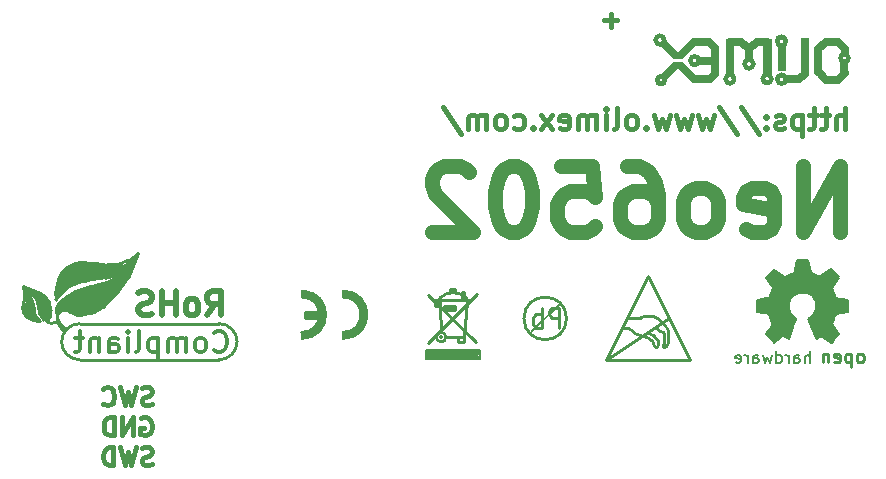
<source format=gbr>
G04 #@! TF.GenerationSoftware,KiCad,Pcbnew,5.1.4-e60b266~84~ubuntu18.04.1*
G04 #@! TF.CreationDate,2023-05-24T16:15:14+03:00*
G04 #@! TF.ProjectId,Neo6502_Rev_A,4e656f36-3530-4325-9f52-65765f412e6b,A*
G04 #@! TF.SameCoordinates,Original*
G04 #@! TF.FileFunction,Legend,Bot*
G04 #@! TF.FilePolarity,Positive*
%FSLAX46Y46*%
G04 Gerber Fmt 4.6, Leading zero omitted, Abs format (unit mm)*
G04 Created by KiCad (PCBNEW 5.1.4-e60b266~84~ubuntu18.04.1) date 2023-05-24 16:15:14*
%MOMM*%
%LPD*%
G04 APERTURE LIST*
%ADD10C,0.381000*%
%ADD11C,0.444500*%
%ADD12C,1.270000*%
%ADD13C,0.254000*%
%ADD14C,0.508000*%
%ADD15C,0.150000*%
%ADD16C,0.127000*%
%ADD17C,0.200000*%
%ADD18C,0.420000*%
%ADD19C,0.370000*%
%ADD20C,0.400000*%
%ADD21C,0.380000*%
%ADD22C,1.000000*%
%ADD23C,0.700000*%
%ADD24C,0.500000*%
%ADD25C,0.100000*%
%ADD26C,0.300000*%
%ADD27C,0.350000*%
%ADD28C,0.180000*%
G04 APERTURE END LIST*
D10*
X115098285Y-118091857D02*
X114880571Y-118164428D01*
X114517714Y-118164428D01*
X114372571Y-118091857D01*
X114300000Y-118019285D01*
X114227428Y-117874142D01*
X114227428Y-117729000D01*
X114300000Y-117583857D01*
X114372571Y-117511285D01*
X114517714Y-117438714D01*
X114808000Y-117366142D01*
X114953142Y-117293571D01*
X115025714Y-117221000D01*
X115098285Y-117075857D01*
X115098285Y-116930714D01*
X115025714Y-116785571D01*
X114953142Y-116713000D01*
X114808000Y-116640428D01*
X114445142Y-116640428D01*
X114227428Y-116713000D01*
X113719428Y-116640428D02*
X113356571Y-118164428D01*
X113066285Y-117075857D01*
X112776000Y-118164428D01*
X112413142Y-116640428D01*
X111832571Y-118164428D02*
X111832571Y-116640428D01*
X111469714Y-116640428D01*
X111252000Y-116713000D01*
X111106857Y-116858142D01*
X111034285Y-117003285D01*
X110961714Y-117293571D01*
X110961714Y-117511285D01*
X111034285Y-117801571D01*
X111106857Y-117946714D01*
X111252000Y-118091857D01*
X111469714Y-118164428D01*
X111832571Y-118164428D01*
X114191142Y-114173000D02*
X114336285Y-114100428D01*
X114554000Y-114100428D01*
X114771714Y-114173000D01*
X114916857Y-114318142D01*
X114989428Y-114463285D01*
X115062000Y-114753571D01*
X115062000Y-114971285D01*
X114989428Y-115261571D01*
X114916857Y-115406714D01*
X114771714Y-115551857D01*
X114554000Y-115624428D01*
X114408857Y-115624428D01*
X114191142Y-115551857D01*
X114118571Y-115479285D01*
X114118571Y-114971285D01*
X114408857Y-114971285D01*
X113465428Y-115624428D02*
X113465428Y-114100428D01*
X112594571Y-115624428D01*
X112594571Y-114100428D01*
X111868857Y-115624428D02*
X111868857Y-114100428D01*
X111506000Y-114100428D01*
X111288285Y-114173000D01*
X111143142Y-114318142D01*
X111070571Y-114463285D01*
X110998000Y-114753571D01*
X110998000Y-114971285D01*
X111070571Y-115261571D01*
X111143142Y-115406714D01*
X111288285Y-115551857D01*
X111506000Y-115624428D01*
X111868857Y-115624428D01*
X115098285Y-113011857D02*
X114880571Y-113084428D01*
X114517714Y-113084428D01*
X114372571Y-113011857D01*
X114300000Y-112939285D01*
X114227428Y-112794142D01*
X114227428Y-112649000D01*
X114300000Y-112503857D01*
X114372571Y-112431285D01*
X114517714Y-112358714D01*
X114808000Y-112286142D01*
X114953142Y-112213571D01*
X115025714Y-112141000D01*
X115098285Y-111995857D01*
X115098285Y-111850714D01*
X115025714Y-111705571D01*
X114953142Y-111633000D01*
X114808000Y-111560428D01*
X114445142Y-111560428D01*
X114227428Y-111633000D01*
X113719428Y-111560428D02*
X113356571Y-113084428D01*
X113066285Y-111995857D01*
X112776000Y-113084428D01*
X112413142Y-111560428D01*
X110961714Y-112939285D02*
X111034285Y-113011857D01*
X111252000Y-113084428D01*
X111397142Y-113084428D01*
X111614857Y-113011857D01*
X111760000Y-112866714D01*
X111832571Y-112721571D01*
X111905142Y-112431285D01*
X111905142Y-112213571D01*
X111832571Y-111923285D01*
X111760000Y-111778142D01*
X111614857Y-111633000D01*
X111397142Y-111560428D01*
X111252000Y-111560428D01*
X111034285Y-111633000D01*
X110961714Y-111705571D01*
X154504571Y-80499857D02*
X153343428Y-80499857D01*
X153924000Y-81080428D02*
X153924000Y-79919285D01*
D11*
X173736000Y-89704333D02*
X173736000Y-87926333D01*
X172974000Y-89704333D02*
X172974000Y-88773000D01*
X173058666Y-88603666D01*
X173228000Y-88519000D01*
X173482000Y-88519000D01*
X173651333Y-88603666D01*
X173736000Y-88688333D01*
X172381333Y-88519000D02*
X171704000Y-88519000D01*
X172127333Y-87926333D02*
X172127333Y-89450333D01*
X172042666Y-89619666D01*
X171873333Y-89704333D01*
X171704000Y-89704333D01*
X171365333Y-88519000D02*
X170688000Y-88519000D01*
X171111333Y-87926333D02*
X171111333Y-89450333D01*
X171026666Y-89619666D01*
X170857333Y-89704333D01*
X170688000Y-89704333D01*
X170095333Y-88519000D02*
X170095333Y-90297000D01*
X170095333Y-88603666D02*
X169926000Y-88519000D01*
X169587333Y-88519000D01*
X169418000Y-88603666D01*
X169333333Y-88688333D01*
X169248666Y-88857666D01*
X169248666Y-89365666D01*
X169333333Y-89535000D01*
X169418000Y-89619666D01*
X169587333Y-89704333D01*
X169926000Y-89704333D01*
X170095333Y-89619666D01*
X168571333Y-89619666D02*
X168402000Y-89704333D01*
X168063333Y-89704333D01*
X167894000Y-89619666D01*
X167809333Y-89450333D01*
X167809333Y-89365666D01*
X167894000Y-89196333D01*
X168063333Y-89111666D01*
X168317333Y-89111666D01*
X168486666Y-89027000D01*
X168571333Y-88857666D01*
X168571333Y-88773000D01*
X168486666Y-88603666D01*
X168317333Y-88519000D01*
X168063333Y-88519000D01*
X167894000Y-88603666D01*
X167047333Y-89535000D02*
X166962666Y-89619666D01*
X167047333Y-89704333D01*
X167132000Y-89619666D01*
X167047333Y-89535000D01*
X167047333Y-89704333D01*
X167047333Y-88603666D02*
X166962666Y-88688333D01*
X167047333Y-88773000D01*
X167132000Y-88688333D01*
X167047333Y-88603666D01*
X167047333Y-88773000D01*
X164930666Y-87841666D02*
X166454666Y-90127666D01*
X163068000Y-87841666D02*
X164592000Y-90127666D01*
X162644666Y-88519000D02*
X162305999Y-89704333D01*
X161967333Y-88857666D01*
X161628666Y-89704333D01*
X161289999Y-88519000D01*
X160781999Y-88519000D02*
X160443333Y-89704333D01*
X160104666Y-88857666D01*
X159765999Y-89704333D01*
X159427333Y-88519000D01*
X158919333Y-88519000D02*
X158580666Y-89704333D01*
X158241999Y-88857666D01*
X157903333Y-89704333D01*
X157564666Y-88519000D01*
X156887333Y-89535000D02*
X156802666Y-89619666D01*
X156887333Y-89704333D01*
X156971999Y-89619666D01*
X156887333Y-89535000D01*
X156887333Y-89704333D01*
X155786666Y-89704333D02*
X155955999Y-89619666D01*
X156040666Y-89535000D01*
X156125333Y-89365666D01*
X156125333Y-88857666D01*
X156040666Y-88688333D01*
X155955999Y-88603666D01*
X155786666Y-88519000D01*
X155532666Y-88519000D01*
X155363333Y-88603666D01*
X155278666Y-88688333D01*
X155193999Y-88857666D01*
X155193999Y-89365666D01*
X155278666Y-89535000D01*
X155363333Y-89619666D01*
X155532666Y-89704333D01*
X155786666Y-89704333D01*
X154177999Y-89704333D02*
X154347333Y-89619666D01*
X154431999Y-89450333D01*
X154431999Y-87926333D01*
X153500666Y-89704333D02*
X153500666Y-88519000D01*
X153500666Y-87926333D02*
X153585333Y-88011000D01*
X153500666Y-88095666D01*
X153415999Y-88011000D01*
X153500666Y-87926333D01*
X153500666Y-88095666D01*
X152653999Y-89704333D02*
X152653999Y-88519000D01*
X152653999Y-88688333D02*
X152569333Y-88603666D01*
X152399999Y-88519000D01*
X152145999Y-88519000D01*
X151976666Y-88603666D01*
X151891999Y-88773000D01*
X151891999Y-89704333D01*
X151891999Y-88773000D02*
X151807333Y-88603666D01*
X151637999Y-88519000D01*
X151383999Y-88519000D01*
X151214666Y-88603666D01*
X151129999Y-88773000D01*
X151129999Y-89704333D01*
X149605999Y-89619666D02*
X149775333Y-89704333D01*
X150113999Y-89704333D01*
X150283333Y-89619666D01*
X150367999Y-89450333D01*
X150367999Y-88773000D01*
X150283333Y-88603666D01*
X150113999Y-88519000D01*
X149775333Y-88519000D01*
X149605999Y-88603666D01*
X149521333Y-88773000D01*
X149521333Y-88942333D01*
X150367999Y-89111666D01*
X148928666Y-89704333D02*
X147997333Y-88519000D01*
X148928666Y-88519000D02*
X147997333Y-89704333D01*
X147319999Y-89535000D02*
X147235333Y-89619666D01*
X147319999Y-89704333D01*
X147404666Y-89619666D01*
X147319999Y-89535000D01*
X147319999Y-89704333D01*
X145711333Y-89619666D02*
X145880666Y-89704333D01*
X146219333Y-89704333D01*
X146388666Y-89619666D01*
X146473333Y-89535000D01*
X146557999Y-89365666D01*
X146557999Y-88857666D01*
X146473333Y-88688333D01*
X146388666Y-88603666D01*
X146219333Y-88519000D01*
X145880666Y-88519000D01*
X145711333Y-88603666D01*
X144695333Y-89704333D02*
X144864666Y-89619666D01*
X144949333Y-89535000D01*
X145033999Y-89365666D01*
X145033999Y-88857666D01*
X144949333Y-88688333D01*
X144864666Y-88603666D01*
X144695333Y-88519000D01*
X144441333Y-88519000D01*
X144271999Y-88603666D01*
X144187333Y-88688333D01*
X144102666Y-88857666D01*
X144102666Y-89365666D01*
X144187333Y-89535000D01*
X144271999Y-89619666D01*
X144441333Y-89704333D01*
X144695333Y-89704333D01*
X143340666Y-89704333D02*
X143340666Y-88519000D01*
X143340666Y-88688333D02*
X143255999Y-88603666D01*
X143086666Y-88519000D01*
X142832666Y-88519000D01*
X142663333Y-88603666D01*
X142578666Y-88773000D01*
X142578666Y-89704333D01*
X142578666Y-88773000D02*
X142493999Y-88603666D01*
X142324666Y-88519000D01*
X142070666Y-88519000D01*
X141901333Y-88603666D01*
X141816666Y-88773000D01*
X141816666Y-89704333D01*
X139699999Y-87841666D02*
X141223999Y-90127666D01*
D12*
X173373142Y-98412904D02*
X173373142Y-92824904D01*
X170180000Y-98412904D01*
X170180000Y-92824904D01*
X165390285Y-98146809D02*
X165922476Y-98412904D01*
X166986857Y-98412904D01*
X167519047Y-98146809D01*
X167785142Y-97614619D01*
X167785142Y-95485857D01*
X167519047Y-94953666D01*
X166986857Y-94687571D01*
X165922476Y-94687571D01*
X165390285Y-94953666D01*
X165124190Y-95485857D01*
X165124190Y-96018047D01*
X167785142Y-96550238D01*
X161931047Y-98412904D02*
X162463238Y-98146809D01*
X162729333Y-97880714D01*
X162995428Y-97348523D01*
X162995428Y-95751952D01*
X162729333Y-95219761D01*
X162463238Y-94953666D01*
X161931047Y-94687571D01*
X161132761Y-94687571D01*
X160600571Y-94953666D01*
X160334476Y-95219761D01*
X160068380Y-95751952D01*
X160068380Y-97348523D01*
X160334476Y-97880714D01*
X160600571Y-98146809D01*
X161132761Y-98412904D01*
X161931047Y-98412904D01*
X155278666Y-92824904D02*
X156343047Y-92824904D01*
X156875238Y-93091000D01*
X157141333Y-93357095D01*
X157673523Y-94155380D01*
X157939619Y-95219761D01*
X157939619Y-97348523D01*
X157673523Y-97880714D01*
X157407428Y-98146809D01*
X156875238Y-98412904D01*
X155810857Y-98412904D01*
X155278666Y-98146809D01*
X155012571Y-97880714D01*
X154746476Y-97348523D01*
X154746476Y-96018047D01*
X155012571Y-95485857D01*
X155278666Y-95219761D01*
X155810857Y-94953666D01*
X156875238Y-94953666D01*
X157407428Y-95219761D01*
X157673523Y-95485857D01*
X157939619Y-96018047D01*
X149690666Y-92824904D02*
X152351619Y-92824904D01*
X152617714Y-95485857D01*
X152351619Y-95219761D01*
X151819428Y-94953666D01*
X150488952Y-94953666D01*
X149956761Y-95219761D01*
X149690666Y-95485857D01*
X149424571Y-96018047D01*
X149424571Y-97348523D01*
X149690666Y-97880714D01*
X149956761Y-98146809D01*
X150488952Y-98412904D01*
X151819428Y-98412904D01*
X152351619Y-98146809D01*
X152617714Y-97880714D01*
X145965333Y-92824904D02*
X145433142Y-92824904D01*
X144900952Y-93091000D01*
X144634857Y-93357095D01*
X144368761Y-93889285D01*
X144102666Y-94953666D01*
X144102666Y-96284142D01*
X144368761Y-97348523D01*
X144634857Y-97880714D01*
X144900952Y-98146809D01*
X145433142Y-98412904D01*
X145965333Y-98412904D01*
X146497523Y-98146809D01*
X146763619Y-97880714D01*
X147029714Y-97348523D01*
X147295809Y-96284142D01*
X147295809Y-94953666D01*
X147029714Y-93889285D01*
X146763619Y-93357095D01*
X146497523Y-93091000D01*
X145965333Y-92824904D01*
X141973904Y-93357095D02*
X141707809Y-93091000D01*
X141175619Y-92824904D01*
X139845142Y-92824904D01*
X139312952Y-93091000D01*
X139046857Y-93357095D01*
X138780761Y-93889285D01*
X138780761Y-94421476D01*
X139046857Y-95219761D01*
X142240000Y-98412904D01*
X138780761Y-98412904D01*
D13*
X105410000Y-105791000D02*
X104902000Y-105791000D01*
X105283000Y-105664000D02*
X104648000Y-105664000D01*
X105156000Y-105537000D02*
X104521000Y-105537000D01*
X105156000Y-105410000D02*
X104394000Y-105410000D01*
X105105200Y-105283000D02*
X104267000Y-105283000D01*
X105029000Y-105156000D02*
X104267000Y-105156000D01*
X105029000Y-105029000D02*
X104267000Y-105029000D01*
X105029000Y-104902000D02*
X104267000Y-104902000D01*
X105029000Y-104775000D02*
X104267000Y-104775000D01*
X105029000Y-104648000D02*
X104267000Y-104648000D01*
X105029000Y-104521000D02*
X104267000Y-104521000D01*
X105029000Y-104394000D02*
X104394000Y-104394000D01*
X104902000Y-104267000D02*
X104394000Y-104267000D01*
X104902000Y-104140000D02*
X104394000Y-104140000D01*
X104521000Y-103632000D02*
X104521000Y-104140000D01*
X104648000Y-103632000D02*
X104648000Y-104140000D01*
X104775000Y-103251000D02*
X104267000Y-103251000D01*
X104902000Y-103378000D02*
X104267000Y-103378000D01*
X105156000Y-103505000D02*
X104394000Y-103505000D01*
X104648000Y-103632000D02*
X105537000Y-103632000D01*
X104521000Y-103632000D02*
X104648000Y-103632000D01*
X104394000Y-103632000D02*
X104521000Y-103632000D01*
X105156000Y-103759000D02*
X105664000Y-103759000D01*
X105283000Y-103886000D02*
X105918000Y-103886000D01*
X105283000Y-104013000D02*
X106045000Y-104013000D01*
X105410000Y-104140000D02*
X106172000Y-104140000D01*
X105410000Y-104267000D02*
X106299000Y-104267000D01*
X105537000Y-104394000D02*
X106299000Y-104394000D01*
X105537000Y-104521000D02*
X106299000Y-104521000D01*
X105537000Y-104648000D02*
X106426000Y-104648000D01*
X105537000Y-104775000D02*
X106426000Y-104775000D01*
X106299000Y-105537000D02*
X105791000Y-105537000D01*
X106299000Y-105410000D02*
X105664000Y-105410000D01*
X106426000Y-105283000D02*
X105664000Y-105283000D01*
X106426000Y-105156000D02*
X105664000Y-105156000D01*
X106299000Y-105029000D02*
X105664000Y-105029000D01*
X105791000Y-104902000D02*
X105791000Y-105410000D01*
X105537000Y-104902000D02*
X106045000Y-105791000D01*
X105791000Y-104902000D02*
X105537000Y-104902000D01*
X106172000Y-104902000D02*
X105791000Y-104902000D01*
X106299000Y-105537000D02*
X106299000Y-105664000D01*
X106299000Y-105410000D02*
X106299000Y-105537000D01*
X106299000Y-105029000D02*
X106299000Y-105410000D01*
X106299000Y-104902000D02*
X106299000Y-105029000D01*
X106172000Y-104902000D02*
X106172000Y-105537000D01*
X106299000Y-104902000D02*
X106172000Y-104902000D01*
X106426000Y-104902000D02*
X106299000Y-104902000D01*
X106426000Y-105156000D02*
X106426000Y-104902000D01*
X106426000Y-105178860D02*
X106426000Y-105156000D01*
X105486200Y-104724200D02*
X105486200Y-104716580D01*
X105869740Y-105793540D02*
X105897680Y-105821480D01*
D14*
X109220000Y-104394000D02*
X110490000Y-104140000D01*
X108839000Y-104521000D02*
X109220000Y-104394000D01*
X108712000Y-104394000D02*
X108839000Y-104521000D01*
X108712000Y-104267000D02*
X108712000Y-104394000D01*
X109220000Y-104013000D02*
X108712000Y-104267000D01*
X109474000Y-104013000D02*
X109220000Y-104013000D01*
X110490000Y-103759000D02*
X109474000Y-104013000D01*
X110998000Y-103759000D02*
X110490000Y-103759000D01*
X111125000Y-103886000D02*
X110998000Y-103759000D01*
X110998000Y-104013000D02*
X111125000Y-103886000D01*
X110363000Y-104521000D02*
X110998000Y-104013000D01*
X109855000Y-104648000D02*
X110363000Y-104521000D01*
X109474000Y-104775000D02*
X109855000Y-104648000D01*
X108839000Y-104775000D02*
X109474000Y-104775000D01*
X108458000Y-104648000D02*
X108839000Y-104775000D01*
X108204000Y-104648000D02*
X108458000Y-104648000D01*
X108077000Y-104394000D02*
X108204000Y-104648000D01*
X108204000Y-104267000D02*
X108077000Y-104394000D01*
X108839000Y-103759000D02*
X108204000Y-104267000D01*
X109855000Y-103505000D02*
X108839000Y-103759000D01*
X110998000Y-103378000D02*
X109855000Y-103505000D01*
X111125000Y-103378000D02*
X110998000Y-103378000D01*
X111252000Y-103505000D02*
X111125000Y-103378000D01*
X112014000Y-102870000D02*
X111252000Y-103505000D01*
X111379000Y-102870000D02*
X112141000Y-102489000D01*
X110642400Y-103124000D02*
X111379000Y-102870000D01*
X110032800Y-103124000D02*
X110642400Y-103124000D01*
X108635800Y-103606600D02*
X110032800Y-103124000D01*
X107950000Y-104013000D02*
X108635800Y-103606600D01*
X107442000Y-104521000D02*
X107950000Y-104013000D01*
X107188000Y-105029000D02*
X107442000Y-104521000D01*
X107442000Y-104775000D02*
X107188000Y-105029000D01*
X107823000Y-104648000D02*
X107442000Y-104775000D01*
X108585000Y-105156000D02*
X107823000Y-104648000D01*
X109474000Y-105156000D02*
X108585000Y-105156000D01*
X110363000Y-104902000D02*
X109474000Y-105156000D01*
X110871000Y-104521000D02*
X110363000Y-104902000D01*
X111760000Y-103632000D02*
X110871000Y-104521000D01*
X112014000Y-103251000D02*
X111760000Y-103632000D01*
X112395000Y-102743000D02*
X112014000Y-103251000D01*
X112524540Y-102235000D02*
X112903000Y-101348540D01*
X112524540Y-102616000D02*
X112524540Y-102235000D01*
X112903000Y-102108000D02*
X112524540Y-102616000D01*
X113030000Y-101600000D02*
X112903000Y-102108000D01*
X113538000Y-100711000D02*
X113030000Y-101600000D01*
X107950000Y-102235000D02*
X109601000Y-102235000D01*
X108077000Y-101854000D02*
X113030000Y-101777800D01*
X108077000Y-102108000D02*
X108077000Y-101854000D01*
X108077000Y-101600000D02*
X108077000Y-101854000D01*
X112649000Y-101600000D02*
X108077000Y-101600000D01*
X112141000Y-101727000D02*
X112649000Y-101600000D01*
X110871000Y-102108000D02*
X112141000Y-101727000D01*
X109728000Y-102235000D02*
X110871000Y-102108000D01*
X109601000Y-102235000D02*
X109728000Y-102235000D01*
X109093000Y-102235000D02*
X109601000Y-102235000D01*
X108458000Y-102616000D02*
X109093000Y-102235000D01*
X108077000Y-102108000D02*
X107696000Y-102616000D01*
X108331000Y-102616000D02*
X108077000Y-102108000D01*
X107696000Y-102997000D02*
X108331000Y-102616000D01*
X107188000Y-103632000D02*
X107696000Y-102997000D01*
X107315000Y-102616000D02*
X107188000Y-103632000D01*
X107569000Y-102108000D02*
X107315000Y-102616000D01*
X108077000Y-101600000D02*
X107569000Y-102108000D01*
X108712000Y-101219000D02*
X108077000Y-101600000D01*
X110363000Y-101219000D02*
X108712000Y-101219000D01*
X111379000Y-101348540D02*
X110363000Y-101219000D01*
X112524540Y-101348540D02*
X111379000Y-101348540D01*
D13*
X113538000Y-100711000D02*
X112524540Y-101348540D01*
X105079800Y-104726740D02*
X105105200Y-105117900D01*
X106159300Y-105918000D02*
X106172000Y-105918000D01*
X105257600Y-105918000D02*
X105613200Y-105918000D01*
X104454960Y-105597960D02*
X104477820Y-105620820D01*
X104140000Y-102997000D02*
X104274620Y-103535480D01*
X105156000Y-103378000D02*
X104140000Y-102997000D01*
X105577640Y-103558340D02*
X105156000Y-103378000D01*
X106352340Y-104297480D02*
X106299000Y-104203500D01*
X106172000Y-105918000D02*
X106469180Y-105498900D01*
X106306620Y-106052620D02*
X106172000Y-105918000D01*
X107061000Y-105918000D02*
X106956860Y-106024680D01*
X107823000Y-106680000D02*
X107332780Y-106189780D01*
X107061000Y-105582720D02*
X107061000Y-105537000D01*
X107696000Y-106807000D02*
X107188000Y-106045000D01*
X111137700Y-102268020D02*
X112524540Y-101854000D01*
X109270800Y-102557580D02*
X109788960Y-102483920D01*
X107995720Y-103065580D02*
X108003340Y-103060500D01*
X106936540Y-104140000D02*
X106939080Y-104137460D01*
X107350560Y-104284780D02*
X107180380Y-104472740D01*
X110215680Y-102953820D02*
X109905800Y-103014780D01*
X112524540Y-101854000D02*
X112242600Y-102201980D01*
X107696000Y-106680000D02*
X107510580Y-106494580D01*
X107038140Y-105364280D02*
X107061000Y-105410000D01*
X106936540Y-103759000D02*
X106936540Y-104140000D01*
X107142280Y-102481380D02*
X106994960Y-103080820D01*
X111340900Y-101160580D02*
X109192060Y-100965000D01*
X113919000Y-100203000D02*
X113057940Y-100822760D01*
X109164120Y-105410000D02*
X108648500Y-105410000D01*
X111069120Y-104706420D02*
X111033560Y-104741980D01*
X113919000Y-100203000D02*
X113052860Y-102318820D01*
X107337860Y-105135680D02*
X107061000Y-105410000D01*
X108110020Y-105189020D02*
X108056680Y-105135680D01*
X120777000Y-109220000D02*
X108966000Y-109220000D01*
X108966000Y-106172000D02*
X120777000Y-106172000D01*
X106425556Y-105180371D02*
G75*
G02X106172000Y-105791000I-865696J1511D01*
G01*
X104979020Y-103685180D02*
G75*
G02X105486200Y-104716580I-991420J-1127920D01*
G01*
X105896340Y-105821046D02*
G75*
G02X105486200Y-104724200I1118940J1043506D01*
G01*
X106173788Y-105919791D02*
G75*
G02X105869740Y-105793540I752J431051D01*
G01*
X105607340Y-105913613D02*
G75*
G02X105105200Y-105117900I709440J1003993D01*
G01*
X104725795Y-103779066D02*
G75*
G02X105079800Y-104769920I-1408755J-1061974D01*
G01*
X105258927Y-105919303D02*
G75*
G02X105059480Y-105895140I-1327J824263D01*
G01*
X105057497Y-105894453D02*
G75*
G02X104477820Y-105620820I205183J1185493D01*
G01*
X104453946Y-105598974D02*
G75*
G02X104140000Y-104841040I757934J757934D01*
G01*
X104140283Y-104841487D02*
G75*
G02X104211120Y-104472740I992857J447D01*
G01*
X104275148Y-103538136D02*
G75*
G02X104211120Y-104472740I-1478808J-368184D01*
G01*
X105577000Y-103559511D02*
G75*
G02X106299000Y-104203500I-601340J-1400909D01*
G01*
X106352794Y-104299321D02*
G75*
G02X106553000Y-105054400I-1323794J-755079D01*
G01*
X106554874Y-105054901D02*
G75*
G02X106469180Y-105498900I-1195674J501D01*
G01*
X106598720Y-106173612D02*
G75*
G02X106306620Y-106052620I0J413092D01*
G01*
X106956134Y-106023954D02*
G75*
G02X106598720Y-106172000I-357414J357414D01*
G01*
X107329258Y-106189710D02*
G75*
G02X107061000Y-105537000I653762J650170D01*
G01*
X107566978Y-106807280D02*
G75*
G02X107061000Y-105582720I1228842J1224560D01*
G01*
X111131379Y-102268186D02*
G75*
G02X109788960Y-102483920I-1812319J6992786D01*
G01*
X108007130Y-103057934D02*
G75*
G02X109270800Y-102557580I2134890J-3545866D01*
G01*
X106940641Y-104135765D02*
G75*
G02X107995720Y-103065580I3831299J-2722035D01*
G01*
X107060155Y-105410069D02*
G75*
G02X107180380Y-104472740I762845J378529D01*
G01*
X107351473Y-104284156D02*
G75*
G02X109905800Y-103014780I3654147J-4148444D01*
G01*
X112242541Y-102203778D02*
G75*
G02X110215680Y-102953820I-2631381J3997218D01*
G01*
X107508549Y-106495559D02*
G75*
G02X107061000Y-105410000I1086611J1083019D01*
G01*
X106934760Y-103758243D02*
G75*
G02X106994960Y-103080820I3049780J70363D01*
G01*
X107141736Y-102477585D02*
G75*
G02X109192060Y-100965000I2144304J-760715D01*
G01*
X113055952Y-100820522D02*
G75*
G02X111340900Y-101160580I-1268012J1900222D01*
G01*
X111029933Y-104744013D02*
G75*
G02X109164120Y-105410000I-1738813J1924813D01*
G01*
X113050464Y-102324447D02*
G75*
G02X111069120Y-104706420I-8344044J4925607D01*
G01*
X107337860Y-105133140D02*
G75*
G02X108056680Y-105135680I358140J-360680D01*
G01*
X108648500Y-105412066D02*
G75*
G02X108110020Y-105189020I0J761526D01*
G01*
X108966000Y-109220000D02*
G75*
G02X107442000Y-107696000I0J1524000D01*
G01*
X122301000Y-107696000D02*
G75*
G02X120777000Y-109220000I-1524000J0D01*
G01*
X120777000Y-106172000D02*
G75*
G02X122301000Y-107696000I0J-1524000D01*
G01*
X107442000Y-107696000D02*
G75*
G02X108966000Y-106172000I1524000J0D01*
G01*
D15*
X138255000Y-108408000D02*
X138255000Y-109170000D01*
X142827000Y-108408000D02*
X138255000Y-108408000D01*
X142827000Y-109170000D02*
X142827000Y-108408000D01*
X138255000Y-109170000D02*
X142827000Y-109170000D01*
X138305800Y-108458800D02*
X142725400Y-108458800D01*
X142776200Y-108560400D02*
X138305800Y-108560400D01*
X138305800Y-108712800D02*
X142725400Y-108712800D01*
X138305800Y-108865200D02*
X142725400Y-108865200D01*
X142776200Y-108611200D02*
X138356600Y-108611200D01*
X142776200Y-108763600D02*
X138305800Y-108763600D01*
X138356600Y-108966800D02*
X142725400Y-108966800D01*
X142776200Y-109068400D02*
X138356600Y-109068400D01*
D13*
X142621000Y-103632000D02*
X138430000Y-107823000D01*
X142494000Y-107696000D02*
X138430000Y-103759000D01*
X141478000Y-107315000D02*
X140081000Y-107315000D01*
X141478000Y-107315000D02*
X141732000Y-104267000D01*
X141986000Y-104140000D02*
X139065000Y-104140000D01*
X140970000Y-107696000D02*
X140970000Y-107442000D01*
X141478000Y-107696000D02*
X140970000Y-107696000D01*
X141478000Y-107315000D02*
X141478000Y-107696000D01*
X139573000Y-106807000D02*
X139446000Y-104775000D01*
X139974609Y-107315000D02*
G75*
G03X139974609Y-107315000I-401609J0D01*
G01*
X141351000Y-103505000D02*
X141351000Y-104013000D01*
X141478000Y-103505000D02*
X141351000Y-103505000D01*
X141478000Y-104013000D02*
X141478000Y-103505000D01*
X139065000Y-104648000D02*
X139065000Y-104140000D01*
X139446000Y-104648000D02*
X139065000Y-104648000D01*
X139446000Y-104140000D02*
X139446000Y-104648000D01*
X139319000Y-104267000D02*
X139319000Y-104394000D01*
X139319000Y-104140000D02*
X139192000Y-104521000D01*
X139319000Y-104267000D02*
X139319000Y-104394000D01*
X139192000Y-104267000D02*
X139192000Y-104648000D01*
X139319000Y-104267000D02*
X139192000Y-104267000D01*
X139319000Y-104648000D02*
X139319000Y-104267000D01*
X140716000Y-105029000D02*
X140716000Y-104648000D01*
X139827000Y-105029000D02*
X140716000Y-105029000D01*
X139827000Y-104648000D02*
X139827000Y-105029000D01*
X140716000Y-104648000D02*
X139827000Y-104648000D01*
X140589000Y-104775000D02*
X139954000Y-104775000D01*
X140335000Y-103251000D02*
X140716000Y-103251000D01*
X140335000Y-103378000D02*
X140335000Y-103251000D01*
X140716000Y-103378000D02*
X140335000Y-103378000D01*
X140716000Y-103251000D02*
X140716000Y-103378000D01*
D16*
X139700000Y-107315000D02*
G75*
G03X139700000Y-107315000I-127000J0D01*
G01*
D13*
X139446000Y-104013000D02*
G75*
G02X141732000Y-104013000I1143000J-1143000D01*
G01*
X150189037Y-105724960D02*
G75*
G03X150189037Y-105724960I-1802237J0D01*
G01*
D17*
X147226020Y-106888280D02*
X149659340Y-104467660D01*
D18*
X171406820Y-107236260D02*
X170855640Y-105813860D01*
D19*
X171752260Y-107050840D02*
X171434760Y-107256580D01*
D20*
X172542200Y-107599480D02*
X171762420Y-107068620D01*
D21*
X173118780Y-107061000D02*
X172554900Y-107599480D01*
D19*
X173103540Y-107061000D02*
X172570140Y-106227880D01*
X172928280Y-105300780D02*
X172570140Y-106184700D01*
X173906180Y-105059480D02*
X172956220Y-105277920D01*
D21*
X173896020Y-104282240D02*
X173901100Y-105069640D01*
D19*
X173908720Y-104269540D02*
X172890180Y-104089200D01*
X172859700Y-104053640D02*
X172511720Y-103187500D01*
X173088300Y-102285800D02*
X172532040Y-103136700D01*
D21*
X173098460Y-102262940D02*
X172598080Y-101729540D01*
D19*
X172549820Y-101704140D02*
X171721780Y-102356920D01*
X171660820Y-102346760D02*
X170815000Y-101940360D01*
X170555920Y-100906580D02*
X170761660Y-101920040D01*
X170563540Y-100893880D02*
X169778680Y-100893880D01*
X169796460Y-100914200D02*
X169583100Y-101932740D01*
X169583100Y-101932740D02*
X168681400Y-102382320D01*
X168668700Y-102377240D02*
X167764460Y-101742800D01*
X167764460Y-101744780D02*
X167210740Y-102290880D01*
X167210740Y-102293420D02*
X167827960Y-103083360D01*
X167827960Y-103083360D02*
X167487600Y-104020620D01*
X167487600Y-104020620D02*
X166405560Y-104249220D01*
X166405560Y-104249220D02*
X166405560Y-105084880D01*
X166405560Y-105084880D02*
X167419020Y-105255060D01*
X167419020Y-105255060D02*
X167825420Y-106166920D01*
X167774620Y-107614720D02*
X168610280Y-107048300D01*
X168610280Y-107048300D02*
X168948100Y-107233720D01*
X168948100Y-107233720D02*
X169522140Y-105793540D01*
X167825420Y-106166920D02*
X167205660Y-107053380D01*
X167759380Y-107607100D02*
X167205660Y-107061000D01*
D15*
X171325540Y-107416600D02*
X170675300Y-105747820D01*
X171709080Y-107213400D02*
X171363640Y-107434380D01*
X171721780Y-107203240D02*
X172547280Y-107767120D01*
X172554900Y-107774740D02*
X173276260Y-107081320D01*
X173283880Y-107078780D02*
X172686980Y-106215180D01*
X174045880Y-105171240D02*
X172974000Y-105366820D01*
X174045880Y-104178100D02*
X174045880Y-105163620D01*
X174048420Y-104175560D02*
X172877480Y-103972360D01*
X172979080Y-103977440D02*
X172643800Y-103144320D01*
X173240700Y-102293420D02*
X172646340Y-103146860D01*
X173261020Y-102257860D02*
X172587920Y-101544120D01*
X172575220Y-101541580D02*
X171604940Y-102257860D01*
X171640500Y-102189280D02*
X170736260Y-101810820D01*
X170652440Y-100794820D02*
X170853100Y-101820980D01*
X170642280Y-100787200D02*
X169677080Y-100787200D01*
X169677080Y-100787200D02*
X169451020Y-101958140D01*
X169461180Y-101876860D02*
X168656000Y-102214680D01*
X168775380Y-102262940D02*
X167764460Y-101589840D01*
X167759380Y-101587300D02*
X167065960Y-102278180D01*
X167060880Y-102285800D02*
X167764460Y-103276400D01*
X167675560Y-103167180D02*
X167309800Y-104035860D01*
X166372540Y-104937560D02*
X167479980Y-105161080D01*
X166288720Y-104195880D02*
X166291260Y-105153460D01*
X167426640Y-105384600D02*
X166303960Y-105173780D01*
X167322500Y-105351580D02*
X167703500Y-106332020D01*
X167355520Y-106987340D02*
X167840660Y-107518200D01*
X167751760Y-107762040D02*
X167068500Y-107071160D01*
X168638220Y-107147360D02*
X167761920Y-107767120D01*
X167774620Y-107452160D02*
X168595040Y-106923840D01*
X168457880Y-107119420D02*
X168986200Y-107447080D01*
X168986200Y-107447080D02*
X169372280Y-106466640D01*
X169377360Y-105768140D02*
X168849040Y-107149900D01*
X173753780Y-104366060D02*
X173753780Y-105016300D01*
X173896020Y-104421940D02*
X172780960Y-104175560D01*
X172366940Y-103154480D02*
X172753020Y-104152700D01*
X172361860Y-103159560D02*
X172963840Y-102250240D01*
X172605700Y-101805740D02*
X171721780Y-102527100D01*
X169334180Y-105826560D02*
X169156380Y-105704640D01*
X169156380Y-105704640D02*
X168780460Y-104993440D01*
X168780460Y-104993440D02*
X168780460Y-104475280D01*
X168775380Y-104487980D02*
X169009060Y-103814880D01*
X169009060Y-103814880D02*
X169519600Y-103385620D01*
X169519600Y-103385620D02*
X170334940Y-103225600D01*
X170334940Y-103217980D02*
X171206160Y-103647240D01*
X171206160Y-103647240D02*
X171625260Y-104378760D01*
X171630340Y-104383840D02*
X171498260Y-105206800D01*
X171493180Y-105237280D02*
X171399200Y-105407460D01*
X171493180Y-105237280D02*
X171399200Y-105407460D01*
X171269660Y-105458260D02*
X171010580Y-105796080D01*
X170901360Y-105572560D02*
X170675300Y-105747820D01*
X169400220Y-105575100D02*
X169654220Y-105740200D01*
X169537380Y-106029760D02*
X169659300Y-105745280D01*
X171716700Y-102524560D02*
X170733720Y-102031800D01*
X171386500Y-105437940D02*
X171079160Y-105704640D01*
D22*
X172402500Y-106867960D02*
X171549060Y-105846880D01*
X173438820Y-104663240D02*
X172021500Y-104602280D01*
X172453300Y-102377240D02*
X171391580Y-103484680D01*
X170192700Y-101401880D02*
X170187620Y-102915720D01*
X167927020Y-102458520D02*
X169039540Y-103525320D01*
X166936420Y-104642920D02*
X168404540Y-104729280D01*
X171726860Y-106695240D02*
X171361100Y-105933240D01*
X172392340Y-105796080D02*
X171828460Y-105316020D01*
X172641260Y-105150920D02*
X171935140Y-105023920D01*
X172316140Y-103906320D02*
X171874180Y-104066340D01*
X172140880Y-103426260D02*
X171683680Y-103715820D01*
X171142660Y-102649020D02*
X170967400Y-103007160D01*
X170708320Y-102389940D02*
X170540680Y-102999540D01*
X169443400Y-102405180D02*
X169664380Y-103090980D01*
X168856660Y-102656640D02*
X169275760Y-103243380D01*
X167987980Y-103525320D02*
X168643300Y-103891080D01*
X167746680Y-104218740D02*
X168468040Y-104366060D01*
X168582340Y-105376980D02*
X167972740Y-105483660D01*
X168902380Y-105796080D02*
X168285160Y-106123740D01*
X169016680Y-105933240D02*
X167835580Y-106946700D01*
X169016680Y-105841800D02*
X168683940Y-106573320D01*
D19*
X169511980Y-105791000D02*
G75*
G02X169141140Y-103926640I746760J1117600D01*
G01*
X169130980Y-103941880D02*
G75*
G02X171056300Y-103743760I1061720J-863600D01*
G01*
X171081700Y-103769160D02*
G75*
G02X171005500Y-105623360I-965200J-889000D01*
G01*
D13*
X158432500Y-107950000D02*
X158496000Y-107950000D01*
X158432500Y-107950000D02*
X158432500Y-106934000D01*
X158369000Y-108140500D02*
X158369000Y-108013500D01*
X158813500Y-106743500D02*
X158813500Y-107823000D01*
X157861000Y-108140500D02*
X157708600Y-108140500D01*
X154876500Y-106553000D02*
X155194000Y-106553000D01*
X156502100Y-105664000D02*
X155321000Y-105664000D01*
X158877000Y-105727500D02*
X153543000Y-109220000D01*
X155321000Y-105664000D02*
X157099000Y-102108000D01*
X154876500Y-106553000D02*
X155321000Y-105664000D01*
X153543000Y-109220000D02*
X154876500Y-106553000D01*
X160655000Y-109220000D02*
X153543000Y-109220000D01*
X157099000Y-102108000D02*
X160655000Y-109220000D01*
X158496000Y-107950000D02*
G75*
G02X158623000Y-108077000I0J-127000D01*
G01*
X158369000Y-108013500D02*
G75*
G02X158432500Y-107950000I63500J0D01*
G01*
X158430071Y-108206545D02*
G75*
G02X158369000Y-108140500I2429J63505D01*
G01*
X158813500Y-107823000D02*
G75*
G02X158432500Y-108204000I-381000J0D01*
G01*
X158624048Y-106427575D02*
G75*
G02X158813500Y-106743500I-168688J-315925D01*
G01*
X158621549Y-106426142D02*
G75*
G02X158305500Y-106108500I478971J792622D01*
G01*
X158430935Y-106935845D02*
G75*
G02X157734000Y-106489500I153965J1007685D01*
G01*
X157987068Y-107696674D02*
G75*
G02X157988000Y-108013500I-316568J-159346D01*
G01*
X157987967Y-108013600D02*
G75*
G02X157861000Y-108140500I-190467J63600D01*
G01*
X156659275Y-107252493D02*
G75*
G02X157099000Y-107378500I-825195J-3709947D01*
G01*
X157098915Y-107379965D02*
G75*
G02X157670500Y-108140500I-284395J-808795D01*
G01*
X157036708Y-106935166D02*
G75*
G02X157988000Y-107696000I-285688J-1332334D01*
G01*
X156524461Y-107189576D02*
G75*
G02X155702000Y-106743500I147819J1253796D01*
G01*
X155193301Y-106553474D02*
G75*
G02X155702000Y-106743500I64199J-604046D01*
G01*
X156717915Y-105602114D02*
G75*
G02X156502100Y-105664000I-182795J230214D01*
G01*
X156718721Y-105600678D02*
G75*
G02X158305500Y-106108500I466639J-1274902D01*
G01*
D20*
X174060747Y-83693000D02*
G75*
G03X174060747Y-83693000I-337447J0D01*
G01*
D23*
X173736000Y-82918300D02*
X173228000Y-82410300D01*
X172135800Y-82334100D02*
X171500800Y-82943700D01*
X171526200Y-84899500D02*
X172085000Y-85483700D01*
X169900600Y-85496400D02*
X170357800Y-85039200D01*
X168914800Y-85496400D02*
X169900600Y-85496400D01*
D20*
X168768324Y-85471000D02*
G75*
G03X168768324Y-85471000I-366324J0D01*
G01*
D23*
X168402000Y-82778600D02*
X168402000Y-84378800D01*
D20*
X168762818Y-82245200D02*
G75*
G03X168762818Y-82245200I-373518J0D01*
G01*
X167529759Y-85445600D02*
G75*
G03X167529759Y-85445600I-359659J0D01*
G01*
D23*
X167182800Y-84937600D02*
X167182800Y-82346800D01*
X167182800Y-82346800D02*
X166344600Y-82346800D01*
X166344600Y-82346800D02*
X165735000Y-82854800D01*
X165633400Y-83642200D02*
X165633400Y-82931000D01*
X165557200Y-82854800D02*
X164922200Y-82346800D01*
D20*
X166004318Y-84175600D02*
G75*
G03X166004318Y-84175600I-370918J0D01*
G01*
D23*
X164922200Y-82346800D02*
X164033200Y-82346800D01*
D20*
X164383729Y-85458300D02*
G75*
G03X164383729Y-85458300I-363229J0D01*
G01*
X158520666Y-85547200D02*
G75*
G03X158520666Y-85547200I-329466J0D01*
G01*
D23*
X158521400Y-85191600D02*
X159359600Y-84378800D01*
D24*
X159867600Y-84277200D02*
X159334200Y-84277200D01*
D23*
X161010600Y-85496400D02*
X159867600Y-84378800D01*
X162331400Y-85496400D02*
X161010600Y-85496400D01*
X162763200Y-85064600D02*
X162331400Y-85496400D01*
X162763200Y-82829400D02*
X162763200Y-85064600D01*
X162763200Y-82804000D02*
X162280600Y-82296000D01*
X162232500Y-82321400D02*
X161010600Y-82321400D01*
X161010600Y-82321400D02*
X159918400Y-83388200D01*
D24*
X159893000Y-83502500D02*
X159334200Y-83502500D01*
D23*
X158470600Y-82511900D02*
X159334200Y-83405600D01*
D20*
X158461735Y-82156300D02*
G75*
G03X158461735Y-82156300I-359435J0D01*
G01*
D23*
X161544000Y-83896200D02*
X162763200Y-83896200D01*
D20*
X161395659Y-83896200D02*
G75*
G03X161395659Y-83896200I-359659J0D01*
G01*
D23*
X173164500Y-85509100D02*
X172123100Y-85509100D01*
X173723300Y-84950300D02*
X173723300Y-84188300D01*
X173736000Y-84937600D02*
X173151800Y-85509100D01*
X173736000Y-82969100D02*
X173736000Y-83210400D01*
X171513500Y-82931000D02*
X171513500Y-84861400D01*
X172135800Y-82321400D02*
X173139100Y-82321400D01*
X164020500Y-82334100D02*
X164020500Y-84937600D01*
X170357800Y-85051900D02*
X170357800Y-82321400D01*
D25*
X170357800Y-81978500D02*
X170637200Y-81978500D01*
X170662600Y-81978500D02*
X170662600Y-85128100D01*
X170649900Y-81978500D02*
X170662600Y-81978500D01*
X170637200Y-81978500D02*
X170649900Y-81978500D01*
X170522900Y-82067400D02*
X170586400Y-82054700D01*
X170040300Y-81978500D02*
X170040300Y-85013800D01*
X170345100Y-81978500D02*
X170040300Y-81978500D01*
X170218100Y-82054700D02*
X170103800Y-82054700D01*
X168719500Y-82664300D02*
X168719500Y-84683600D01*
X168084500Y-84683600D02*
X168084500Y-82664300D01*
X168109900Y-84683600D02*
X168084500Y-84683600D01*
X168719500Y-84683600D02*
X168109900Y-84683600D01*
X168579800Y-84620100D02*
X168643300Y-84620100D01*
X168236900Y-84620100D02*
X168148000Y-84620100D01*
X167500300Y-85026500D02*
X167500300Y-82042000D01*
X166255700Y-82029300D02*
X165671500Y-82511900D01*
X167500300Y-82029300D02*
X166255700Y-82029300D01*
X167347900Y-82092800D02*
X167424100Y-82092800D01*
X163690300Y-85051900D02*
X163690300Y-82042000D01*
X165011100Y-82029300D02*
X165633400Y-82524600D01*
X164985700Y-82029300D02*
X165011100Y-82029300D01*
X163690300Y-82029300D02*
X164985700Y-82029300D01*
X163690300Y-82042000D02*
X163690300Y-82029300D01*
X163842700Y-82105500D02*
X163741100Y-82105500D01*
X160896300Y-81991200D02*
X159639000Y-83235800D01*
X160947100Y-81991200D02*
X160896300Y-81991200D01*
X162318700Y-81991200D02*
X160947100Y-81991200D01*
D13*
X128040000Y-105410000D02*
X129290000Y-105410000D01*
X128040000Y-105660000D02*
X129290000Y-105660000D01*
X128040000Y-105160000D02*
X128040000Y-105660000D01*
X129290000Y-105160000D02*
X128040000Y-105160000D01*
X127790000Y-103410000D02*
X127790000Y-103910000D01*
X127790000Y-106910000D02*
X127790000Y-107410000D01*
X131290000Y-106910000D02*
X131290000Y-107410000D01*
X131290000Y-103410000D02*
X131290000Y-103910000D01*
X127790000Y-107410000D02*
G75*
G03X127790000Y-103410000I0J2000000D01*
G01*
D26*
X127839980Y-107160000D02*
G75*
G03X127840000Y-103660000I-49980J1750000D01*
G01*
D13*
X127790000Y-106910000D02*
G75*
G03X127790000Y-103910000I0J1500000D01*
G01*
D26*
X131339980Y-107160000D02*
G75*
G03X131340000Y-103660000I-49980J1750000D01*
G01*
D13*
X131290000Y-107410000D02*
G75*
G03X131290000Y-103410000I0J2000000D01*
G01*
X131290000Y-106910000D02*
G75*
G03X131290000Y-103910000I0J1500000D01*
G01*
D27*
X120334193Y-108381800D02*
X120418860Y-108466466D01*
X120672860Y-108551133D01*
X120842193Y-108551133D01*
X121096193Y-108466466D01*
X121265526Y-108297133D01*
X121350193Y-108127800D01*
X121434860Y-107789133D01*
X121434860Y-107535133D01*
X121350193Y-107196466D01*
X121265526Y-107027133D01*
X121096193Y-106857800D01*
X120842193Y-106773133D01*
X120672860Y-106773133D01*
X120418860Y-106857800D01*
X120334193Y-106942466D01*
X119318193Y-108551133D02*
X119487526Y-108466466D01*
X119572193Y-108381800D01*
X119656860Y-108212466D01*
X119656860Y-107704466D01*
X119572193Y-107535133D01*
X119487526Y-107450466D01*
X119318193Y-107365800D01*
X119064193Y-107365800D01*
X118894860Y-107450466D01*
X118810193Y-107535133D01*
X118725526Y-107704466D01*
X118725526Y-108212466D01*
X118810193Y-108381800D01*
X118894860Y-108466466D01*
X119064193Y-108551133D01*
X119318193Y-108551133D01*
X117963526Y-108551133D02*
X117963526Y-107365800D01*
X117963526Y-107535133D02*
X117878860Y-107450466D01*
X117709526Y-107365800D01*
X117455526Y-107365800D01*
X117286193Y-107450466D01*
X117201526Y-107619800D01*
X117201526Y-108551133D01*
X117201526Y-107619800D02*
X117116860Y-107450466D01*
X116947526Y-107365800D01*
X116693526Y-107365800D01*
X116524193Y-107450466D01*
X116439526Y-107619800D01*
X116439526Y-108551133D01*
X115592860Y-107365800D02*
X115592860Y-109143800D01*
X115592860Y-107450466D02*
X115423526Y-107365800D01*
X115084860Y-107365800D01*
X114915526Y-107450466D01*
X114830860Y-107535133D01*
X114746193Y-107704466D01*
X114746193Y-108212466D01*
X114830860Y-108381800D01*
X114915526Y-108466466D01*
X115084860Y-108551133D01*
X115423526Y-108551133D01*
X115592860Y-108466466D01*
X113730193Y-108551133D02*
X113899526Y-108466466D01*
X113984193Y-108297133D01*
X113984193Y-106773133D01*
X113052860Y-108551133D02*
X113052860Y-107365800D01*
X113052860Y-106773133D02*
X113137526Y-106857800D01*
X113052860Y-106942466D01*
X112968193Y-106857800D01*
X113052860Y-106773133D01*
X113052860Y-106942466D01*
X111444193Y-108551133D02*
X111444193Y-107619800D01*
X111528860Y-107450466D01*
X111698193Y-107365800D01*
X112036860Y-107365800D01*
X112206193Y-107450466D01*
X111444193Y-108466466D02*
X111613526Y-108551133D01*
X112036860Y-108551133D01*
X112206193Y-108466466D01*
X112290860Y-108297133D01*
X112290860Y-108127800D01*
X112206193Y-107958466D01*
X112036860Y-107873800D01*
X111613526Y-107873800D01*
X111444193Y-107789133D01*
X110597526Y-107365800D02*
X110597526Y-108551133D01*
X110597526Y-107535133D02*
X110512860Y-107450466D01*
X110343526Y-107365800D01*
X110089526Y-107365800D01*
X109920193Y-107450466D01*
X109835526Y-107619800D01*
X109835526Y-108551133D01*
X109242860Y-107365800D02*
X108565526Y-107365800D01*
X108988860Y-106773133D02*
X108988860Y-108297133D01*
X108904193Y-108466466D01*
X108734860Y-108551133D01*
X108565526Y-108551133D01*
D24*
X119755634Y-105446081D02*
X120422300Y-104493700D01*
X120898491Y-105446081D02*
X120898491Y-103446081D01*
X120136586Y-103446081D01*
X119946110Y-103541320D01*
X119850872Y-103636558D01*
X119755634Y-103827034D01*
X119755634Y-104112748D01*
X119850872Y-104303224D01*
X119946110Y-104398462D01*
X120136586Y-104493700D01*
X120898491Y-104493700D01*
X118612777Y-105446081D02*
X118803253Y-105350843D01*
X118898491Y-105255605D01*
X118993729Y-105065129D01*
X118993729Y-104493700D01*
X118898491Y-104303224D01*
X118803253Y-104207986D01*
X118612777Y-104112748D01*
X118327062Y-104112748D01*
X118136586Y-104207986D01*
X118041348Y-104303224D01*
X117946110Y-104493700D01*
X117946110Y-105065129D01*
X118041348Y-105255605D01*
X118136586Y-105350843D01*
X118327062Y-105446081D01*
X118612777Y-105446081D01*
X117088967Y-105446081D02*
X117088967Y-103446081D01*
X117088967Y-104398462D02*
X115946110Y-104398462D01*
X115946110Y-105446081D02*
X115946110Y-103446081D01*
X115088967Y-105350843D02*
X114803253Y-105446081D01*
X114327062Y-105446081D01*
X114136586Y-105350843D01*
X114041348Y-105255605D01*
X113946110Y-105065129D01*
X113946110Y-104874653D01*
X114041348Y-104684177D01*
X114136586Y-104588939D01*
X114327062Y-104493700D01*
X114708015Y-104398462D01*
X114898491Y-104303224D01*
X114993729Y-104207986D01*
X115088967Y-104017510D01*
X115088967Y-103827034D01*
X114993729Y-103636558D01*
X114898491Y-103541320D01*
X114708015Y-103446081D01*
X114231824Y-103446081D01*
X113946110Y-103541320D01*
D13*
X149575068Y-106514327D02*
X149575068Y-104814327D01*
X149003640Y-104814327D01*
X148860782Y-104895280D01*
X148789354Y-104976232D01*
X148717925Y-105138137D01*
X148717925Y-105380994D01*
X148789354Y-105542899D01*
X148860782Y-105623851D01*
X149003640Y-105704803D01*
X149575068Y-105704803D01*
X148075068Y-106514327D02*
X148075068Y-104814327D01*
X148075068Y-105461946D02*
X147932211Y-105380994D01*
X147646497Y-105380994D01*
X147503640Y-105461946D01*
X147432211Y-105542899D01*
X147360782Y-105704803D01*
X147360782Y-106190518D01*
X147432211Y-106352422D01*
X147503640Y-106433375D01*
X147646497Y-106514327D01*
X147932211Y-106514327D01*
X148075068Y-106433375D01*
X175126298Y-109448379D02*
X175231060Y-109395998D01*
X175283440Y-109343617D01*
X175335821Y-109238855D01*
X175335821Y-108924569D01*
X175283440Y-108819807D01*
X175231060Y-108767426D01*
X175126298Y-108715045D01*
X174969155Y-108715045D01*
X174864393Y-108767426D01*
X174812012Y-108819807D01*
X174759631Y-108924569D01*
X174759631Y-109238855D01*
X174812012Y-109343617D01*
X174864393Y-109395998D01*
X174969155Y-109448379D01*
X175126298Y-109448379D01*
X174288202Y-108715045D02*
X174288202Y-109815045D01*
X174288202Y-108767426D02*
X174183440Y-108715045D01*
X173973917Y-108715045D01*
X173869155Y-108767426D01*
X173816774Y-108819807D01*
X173764393Y-108924569D01*
X173764393Y-109238855D01*
X173816774Y-109343617D01*
X173869155Y-109395998D01*
X173973917Y-109448379D01*
X174183440Y-109448379D01*
X174288202Y-109395998D01*
X172873917Y-109395998D02*
X172978679Y-109448379D01*
X173188202Y-109448379D01*
X173292964Y-109395998D01*
X173345345Y-109291236D01*
X173345345Y-108872188D01*
X173292964Y-108767426D01*
X173188202Y-108715045D01*
X172978679Y-108715045D01*
X172873917Y-108767426D01*
X172821536Y-108872188D01*
X172821536Y-108976950D01*
X173345345Y-109081712D01*
X172350107Y-108715045D02*
X172350107Y-109448379D01*
X172350107Y-108819807D02*
X172297726Y-108767426D01*
X172192964Y-108715045D01*
X172035821Y-108715045D01*
X171931060Y-108767426D01*
X171878679Y-108872188D01*
X171878679Y-109448379D01*
D28*
X170810797Y-109494580D02*
X170810797Y-108494580D01*
X170382225Y-109494580D02*
X170382225Y-108970771D01*
X170429844Y-108875533D01*
X170525082Y-108827914D01*
X170667940Y-108827914D01*
X170763178Y-108875533D01*
X170810797Y-108923152D01*
X169477463Y-109494580D02*
X169477463Y-108970771D01*
X169525082Y-108875533D01*
X169620320Y-108827914D01*
X169810797Y-108827914D01*
X169906035Y-108875533D01*
X169477463Y-109446961D02*
X169572701Y-109494580D01*
X169810797Y-109494580D01*
X169906035Y-109446961D01*
X169953654Y-109351723D01*
X169953654Y-109256485D01*
X169906035Y-109161247D01*
X169810797Y-109113628D01*
X169572701Y-109113628D01*
X169477463Y-109066009D01*
X169001273Y-109494580D02*
X169001273Y-108827914D01*
X169001273Y-109018390D02*
X168953654Y-108923152D01*
X168906035Y-108875533D01*
X168810797Y-108827914D01*
X168715559Y-108827914D01*
X167953654Y-109494580D02*
X167953654Y-108494580D01*
X167953654Y-109446961D02*
X168048892Y-109494580D01*
X168239368Y-109494580D01*
X168334606Y-109446961D01*
X168382225Y-109399342D01*
X168429844Y-109304104D01*
X168429844Y-109018390D01*
X168382225Y-108923152D01*
X168334606Y-108875533D01*
X168239368Y-108827914D01*
X168048892Y-108827914D01*
X167953654Y-108875533D01*
X167572701Y-108827914D02*
X167382225Y-109494580D01*
X167191749Y-109018390D01*
X167001273Y-109494580D01*
X166810797Y-108827914D01*
X166001273Y-109494580D02*
X166001273Y-108970771D01*
X166048892Y-108875533D01*
X166144130Y-108827914D01*
X166334606Y-108827914D01*
X166429844Y-108875533D01*
X166001273Y-109446961D02*
X166096511Y-109494580D01*
X166334606Y-109494580D01*
X166429844Y-109446961D01*
X166477463Y-109351723D01*
X166477463Y-109256485D01*
X166429844Y-109161247D01*
X166334606Y-109113628D01*
X166096511Y-109113628D01*
X166001273Y-109066009D01*
X165525082Y-109494580D02*
X165525082Y-108827914D01*
X165525082Y-109018390D02*
X165477463Y-108923152D01*
X165429844Y-108875533D01*
X165334606Y-108827914D01*
X165239368Y-108827914D01*
X164525082Y-109446961D02*
X164620320Y-109494580D01*
X164810797Y-109494580D01*
X164906035Y-109446961D01*
X164953654Y-109351723D01*
X164953654Y-108970771D01*
X164906035Y-108875533D01*
X164810797Y-108827914D01*
X164620320Y-108827914D01*
X164525082Y-108875533D01*
X164477463Y-108970771D01*
X164477463Y-109066009D01*
X164953654Y-109161247D01*
M02*

</source>
